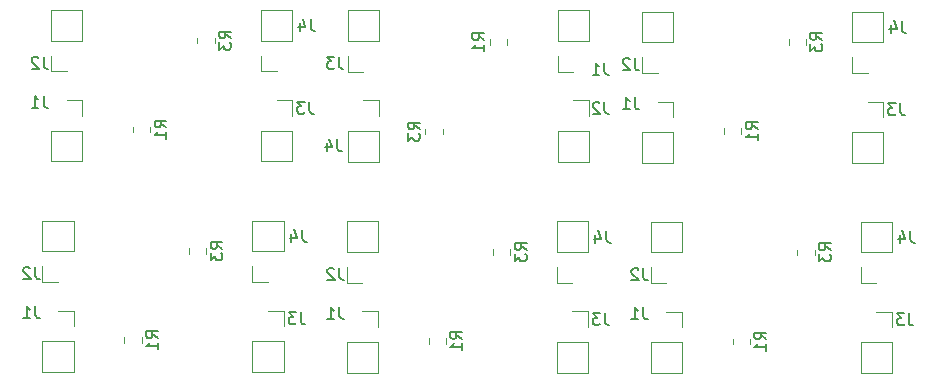
<source format=gbr>
%TF.GenerationSoftware,KiCad,Pcbnew,6.0.7-f9a2dced07~116~ubuntu20.04.1*%
%TF.CreationDate,2022-10-31T15:28:21+01:00*%
%TF.ProjectId,av_citynode_hw,61765f63-6974-4796-9e6f-64655f68772e,rev?*%
%TF.SameCoordinates,Original*%
%TF.FileFunction,Legend,Bot*%
%TF.FilePolarity,Positive*%
%FSLAX46Y46*%
G04 Gerber Fmt 4.6, Leading zero omitted, Abs format (unit mm)*
G04 Created by KiCad (PCBNEW 6.0.7-f9a2dced07~116~ubuntu20.04.1) date 2022-10-31 15:28:21*
%MOMM*%
%LPD*%
G01*
G04 APERTURE LIST*
%ADD10C,0.150000*%
%ADD11C,0.120000*%
G04 APERTURE END LIST*
D10*
%TO.C,J3*%
X-4512666Y142399619D02*
X-4512666Y141685333D01*
X-4465047Y141542476D01*
X-4369809Y141447238D01*
X-4226952Y141399619D01*
X-4131714Y141399619D01*
X-4893619Y142399619D02*
X-5512666Y142399619D01*
X-5179333Y142018666D01*
X-5322190Y142018666D01*
X-5417428Y141971047D01*
X-5465047Y141923428D01*
X-5512666Y141828190D01*
X-5512666Y141590095D01*
X-5465047Y141494857D01*
X-5417428Y141447238D01*
X-5322190Y141399619D01*
X-5036476Y141399619D01*
X-4941238Y141447238D01*
X-4893619Y141494857D01*
%TO.C,J4*%
X43871333Y127666619D02*
X43871333Y126952333D01*
X43918952Y126809476D01*
X44014190Y126714238D01*
X44157047Y126666619D01*
X44252285Y126666619D01*
X42966571Y127333285D02*
X42966571Y126666619D01*
X43204666Y127714238D02*
X43442761Y126999952D01*
X42823714Y126999952D01*
X-7628666Y127766619D02*
X-7628666Y127052333D01*
X-7581047Y126909476D01*
X-7485809Y126814238D01*
X-7342952Y126766619D01*
X-7247714Y126766619D01*
X-8533428Y127433285D02*
X-8533428Y126766619D01*
X-8295333Y127814238D02*
X-8057238Y127099952D01*
X-8676285Y127099952D01*
%TO.C,J1*%
X-29514666Y139121619D02*
X-29514666Y138407333D01*
X-29467047Y138264476D01*
X-29371809Y138169238D01*
X-29228952Y138121619D01*
X-29133714Y138121619D01*
X-30514666Y138121619D02*
X-29943238Y138121619D01*
X-30228952Y138121619D02*
X-30228952Y139121619D01*
X-30133714Y138978761D01*
X-30038476Y138883523D01*
X-29943238Y138835904D01*
%TO.C,R1*%
X-19829619Y118599166D02*
X-20305809Y118932500D01*
X-19829619Y119170595D02*
X-20829619Y119170595D01*
X-20829619Y118789642D01*
X-20782000Y118694404D01*
X-20734380Y118646785D01*
X-20639142Y118599166D01*
X-20496285Y118599166D01*
X-20401047Y118646785D01*
X-20353428Y118694404D01*
X-20305809Y118789642D01*
X-20305809Y119170595D01*
X-19829619Y117646785D02*
X-19829619Y118218214D01*
X-19829619Y117932500D02*
X-20829619Y117932500D01*
X-20686761Y118027738D01*
X-20591523Y118122976D01*
X-20543904Y118218214D01*
X30939380Y136295166D02*
X30463190Y136628500D01*
X30939380Y136866595D02*
X29939380Y136866595D01*
X29939380Y136485642D01*
X29987000Y136390404D01*
X30034619Y136342785D01*
X30129857Y136295166D01*
X30272714Y136295166D01*
X30367952Y136342785D01*
X30415571Y136390404D01*
X30463190Y136485642D01*
X30463190Y136866595D01*
X30939380Y135342785D02*
X30939380Y135914214D01*
X30939380Y135628500D02*
X29939380Y135628500D01*
X30082238Y135723738D01*
X30177476Y135818976D01*
X30225095Y135914214D01*
X5921380Y118523166D02*
X5445190Y118856500D01*
X5921380Y119094595D02*
X4921380Y119094595D01*
X4921380Y118713642D01*
X4969000Y118618404D01*
X5016619Y118570785D01*
X5111857Y118523166D01*
X5254714Y118523166D01*
X5349952Y118570785D01*
X5397571Y118618404D01*
X5445190Y118713642D01*
X5445190Y119094595D01*
X5921380Y117570785D02*
X5921380Y118142214D01*
X5921380Y117856500D02*
X4921380Y117856500D01*
X5064238Y117951738D01*
X5159476Y118046976D01*
X5207095Y118142214D01*
%TO.C,J3*%
X-7035666Y138613619D02*
X-7035666Y137899333D01*
X-6988047Y137756476D01*
X-6892809Y137661238D01*
X-6749952Y137613619D01*
X-6654714Y137613619D01*
X-7416619Y138613619D02*
X-8035666Y138613619D01*
X-7702333Y138232666D01*
X-7845190Y138232666D01*
X-7940428Y138185047D01*
X-7988047Y138137428D01*
X-8035666Y138042190D01*
X-8035666Y137804095D01*
X-7988047Y137708857D01*
X-7940428Y137661238D01*
X-7845190Y137613619D01*
X-7559476Y137613619D01*
X-7464238Y137661238D01*
X-7416619Y137708857D01*
%TO.C,J2*%
X-30234666Y124591619D02*
X-30234666Y123877333D01*
X-30187047Y123734476D01*
X-30091809Y123639238D01*
X-29948952Y123591619D01*
X-29853714Y123591619D01*
X-30663238Y124496380D02*
X-30710857Y124544000D01*
X-30806095Y124591619D01*
X-31044190Y124591619D01*
X-31139428Y124544000D01*
X-31187047Y124496380D01*
X-31234666Y124401142D01*
X-31234666Y124305904D01*
X-31187047Y124163047D01*
X-30615619Y123591619D01*
X-31234666Y123591619D01*
%TO.C,R3*%
X2338380Y136280166D02*
X1862190Y136613500D01*
X2338380Y136851595D02*
X1338380Y136851595D01*
X1338380Y136470642D01*
X1386000Y136375404D01*
X1433619Y136327785D01*
X1528857Y136280166D01*
X1671714Y136280166D01*
X1766952Y136327785D01*
X1814571Y136375404D01*
X1862190Y136470642D01*
X1862190Y136851595D01*
X1338380Y135946833D02*
X1338380Y135327785D01*
X1719333Y135661119D01*
X1719333Y135518261D01*
X1766952Y135423023D01*
X1814571Y135375404D01*
X1909809Y135327785D01*
X2147904Y135327785D01*
X2243142Y135375404D01*
X2290761Y135423023D01*
X2338380Y135518261D01*
X2338380Y135803976D01*
X2290761Y135899214D01*
X2243142Y135946833D01*
%TO.C,J3*%
X-7755666Y120781619D02*
X-7755666Y120067333D01*
X-7708047Y119924476D01*
X-7612809Y119829238D01*
X-7469952Y119781619D01*
X-7374714Y119781619D01*
X-8136619Y120781619D02*
X-8755666Y120781619D01*
X-8422333Y120400666D01*
X-8565190Y120400666D01*
X-8660428Y120353047D01*
X-8708047Y120305428D01*
X-8755666Y120210190D01*
X-8755666Y119972095D01*
X-8708047Y119876857D01*
X-8660428Y119829238D01*
X-8565190Y119781619D01*
X-8279476Y119781619D01*
X-8184238Y119829238D01*
X-8136619Y119876857D01*
%TO.C,R3*%
X11382380Y126063166D02*
X10906190Y126396500D01*
X11382380Y126634595D02*
X10382380Y126634595D01*
X10382380Y126253642D01*
X10430000Y126158404D01*
X10477619Y126110785D01*
X10572857Y126063166D01*
X10715714Y126063166D01*
X10810952Y126110785D01*
X10858571Y126158404D01*
X10906190Y126253642D01*
X10906190Y126634595D01*
X10382380Y125729833D02*
X10382380Y125110785D01*
X10763333Y125444119D01*
X10763333Y125301261D01*
X10810952Y125206023D01*
X10858571Y125158404D01*
X10953809Y125110785D01*
X11191904Y125110785D01*
X11287142Y125158404D01*
X11334761Y125206023D01*
X11382380Y125301261D01*
X11382380Y125586976D01*
X11334761Y125682214D01*
X11287142Y125729833D01*
%TO.C,R1*%
X7799380Y143820166D02*
X7323190Y144153500D01*
X7799380Y144391595D02*
X6799380Y144391595D01*
X6799380Y144010642D01*
X6847000Y143915404D01*
X6894619Y143867785D01*
X6989857Y143820166D01*
X7132714Y143820166D01*
X7227952Y143867785D01*
X7275571Y143915404D01*
X7323190Y144010642D01*
X7323190Y144391595D01*
X7799380Y142867785D02*
X7799380Y143439214D01*
X7799380Y143153500D02*
X6799380Y143153500D01*
X6942238Y143248738D01*
X7037476Y143343976D01*
X7085095Y143439214D01*
%TO.C,J4*%
X-4639666Y135414619D02*
X-4639666Y134700333D01*
X-4592047Y134557476D01*
X-4496809Y134462238D01*
X-4353952Y134414619D01*
X-4258714Y134414619D01*
X-5544428Y135081285D02*
X-5544428Y134414619D01*
X-5306333Y135462238D02*
X-5068238Y134747952D01*
X-5687285Y134747952D01*
%TO.C,J3*%
X17995333Y120705619D02*
X17995333Y119991333D01*
X18042952Y119848476D01*
X18138190Y119753238D01*
X18281047Y119705619D01*
X18376285Y119705619D01*
X17614380Y120705619D02*
X16995333Y120705619D01*
X17328666Y120324666D01*
X17185809Y120324666D01*
X17090571Y120277047D01*
X17042952Y120229428D01*
X16995333Y120134190D01*
X16995333Y119896095D01*
X17042952Y119800857D01*
X17090571Y119753238D01*
X17185809Y119705619D01*
X17471523Y119705619D01*
X17566761Y119753238D01*
X17614380Y119800857D01*
%TO.C,J4*%
X-6908666Y145598619D02*
X-6908666Y144884333D01*
X-6861047Y144741476D01*
X-6765809Y144646238D01*
X-6622952Y144598619D01*
X-6527714Y144598619D01*
X-7813428Y145265285D02*
X-7813428Y144598619D01*
X-7575333Y145646238D02*
X-7337238Y144931952D01*
X-7956285Y144931952D01*
%TO.C,J2*%
X17966333Y138589619D02*
X17966333Y137875333D01*
X18013952Y137732476D01*
X18109190Y137637238D01*
X18252047Y137589619D01*
X18347285Y137589619D01*
X17537761Y138494380D02*
X17490142Y138542000D01*
X17394904Y138589619D01*
X17156809Y138589619D01*
X17061571Y138542000D01*
X17013952Y138494380D01*
X16966333Y138399142D01*
X16966333Y138303904D01*
X17013952Y138161047D01*
X17585380Y137589619D01*
X16966333Y137589619D01*
%TO.C,J1*%
X20534333Y138985619D02*
X20534333Y138271333D01*
X20581952Y138128476D01*
X20677190Y138033238D01*
X20820047Y137985619D01*
X20915285Y137985619D01*
X19534333Y137985619D02*
X20105761Y137985619D01*
X19820047Y137985619D02*
X19820047Y138985619D01*
X19915285Y138842761D01*
X20010523Y138747523D01*
X20105761Y138699904D01*
%TO.C,J2*%
X-4483666Y124515619D02*
X-4483666Y123801333D01*
X-4436047Y123658476D01*
X-4340809Y123563238D01*
X-4197952Y123515619D01*
X-4102714Y123515619D01*
X-4912238Y124420380D02*
X-4959857Y124468000D01*
X-5055095Y124515619D01*
X-5293190Y124515619D01*
X-5388428Y124468000D01*
X-5436047Y124420380D01*
X-5483666Y124325142D01*
X-5483666Y124229904D01*
X-5436047Y124087047D01*
X-4864619Y123515619D01*
X-5483666Y123515619D01*
%TO.C,J1*%
X21265333Y121189619D02*
X21265333Y120475333D01*
X21312952Y120332476D01*
X21408190Y120237238D01*
X21551047Y120189619D01*
X21646285Y120189619D01*
X20265333Y120189619D02*
X20836761Y120189619D01*
X20551047Y120189619D02*
X20551047Y121189619D01*
X20646285Y121046761D01*
X20741523Y120951523D01*
X20836761Y120903904D01*
%TO.C,J2*%
X-29514666Y142423619D02*
X-29514666Y141709333D01*
X-29467047Y141566476D01*
X-29371809Y141471238D01*
X-29228952Y141423619D01*
X-29133714Y141423619D01*
X-29943238Y142328380D02*
X-29990857Y142376000D01*
X-30086095Y142423619D01*
X-30324190Y142423619D01*
X-30419428Y142376000D01*
X-30467047Y142328380D01*
X-30514666Y142233142D01*
X-30514666Y142137904D01*
X-30467047Y141995047D01*
X-29895619Y141423619D01*
X-30514666Y141423619D01*
%TO.C,J1*%
X-4483666Y121213619D02*
X-4483666Y120499333D01*
X-4436047Y120356476D01*
X-4340809Y120261238D01*
X-4197952Y120213619D01*
X-4102714Y120213619D01*
X-5483666Y120213619D02*
X-4912238Y120213619D01*
X-5197952Y120213619D02*
X-5197952Y121213619D01*
X-5102714Y121070761D01*
X-5007476Y120975523D01*
X-4912238Y120927904D01*
%TO.C,J4*%
X18122333Y127690619D02*
X18122333Y126976333D01*
X18169952Y126833476D01*
X18265190Y126738238D01*
X18408047Y126690619D01*
X18503285Y126690619D01*
X17217571Y127357285D02*
X17217571Y126690619D01*
X17455666Y127738238D02*
X17693761Y127023952D01*
X17074714Y127023952D01*
%TO.C,R3*%
X-13648619Y143971166D02*
X-14124809Y144304500D01*
X-13648619Y144542595D02*
X-14648619Y144542595D01*
X-14648619Y144161642D01*
X-14601000Y144066404D01*
X-14553380Y144018785D01*
X-14458142Y143971166D01*
X-14315285Y143971166D01*
X-14220047Y144018785D01*
X-14172428Y144066404D01*
X-14124809Y144161642D01*
X-14124809Y144542595D01*
X-14648619Y143637833D02*
X-14648619Y143018785D01*
X-14267666Y143352119D01*
X-14267666Y143209261D01*
X-14220047Y143114023D01*
X-14172428Y143066404D01*
X-14077190Y143018785D01*
X-13839095Y143018785D01*
X-13743857Y143066404D01*
X-13696238Y143114023D01*
X-13648619Y143209261D01*
X-13648619Y143494976D01*
X-13696238Y143590214D01*
X-13743857Y143637833D01*
%TO.C,J2*%
X20534333Y142287619D02*
X20534333Y141573333D01*
X20581952Y141430476D01*
X20677190Y141335238D01*
X20820047Y141287619D01*
X20915285Y141287619D01*
X20105761Y142192380D02*
X20058142Y142240000D01*
X19962904Y142287619D01*
X19724809Y142287619D01*
X19629571Y142240000D01*
X19581952Y142192380D01*
X19534333Y142097142D01*
X19534333Y142001904D01*
X19581952Y141859047D01*
X20153380Y141287619D01*
X19534333Y141287619D01*
%TO.C,R3*%
X36400380Y143835166D02*
X35924190Y144168500D01*
X36400380Y144406595D02*
X35400380Y144406595D01*
X35400380Y144025642D01*
X35448000Y143930404D01*
X35495619Y143882785D01*
X35590857Y143835166D01*
X35733714Y143835166D01*
X35828952Y143882785D01*
X35876571Y143930404D01*
X35924190Y144025642D01*
X35924190Y144406595D01*
X35400380Y143501833D02*
X35400380Y142882785D01*
X35781333Y143216119D01*
X35781333Y143073261D01*
X35828952Y142978023D01*
X35876571Y142930404D01*
X35971809Y142882785D01*
X36209904Y142882785D01*
X36305142Y142930404D01*
X36352761Y142978023D01*
X36400380Y143073261D01*
X36400380Y143358976D01*
X36352761Y143454214D01*
X36305142Y143501833D01*
%TO.C,J4*%
X43140333Y145462619D02*
X43140333Y144748333D01*
X43187952Y144605476D01*
X43283190Y144510238D01*
X43426047Y144462619D01*
X43521285Y144462619D01*
X42235571Y145129285D02*
X42235571Y144462619D01*
X42473666Y145510238D02*
X42711761Y144795952D01*
X42092714Y144795952D01*
%TO.C,J3*%
X43744333Y120681619D02*
X43744333Y119967333D01*
X43791952Y119824476D01*
X43887190Y119729238D01*
X44030047Y119681619D01*
X44125285Y119681619D01*
X43363380Y120681619D02*
X42744333Y120681619D01*
X43077666Y120300666D01*
X42934809Y120300666D01*
X42839571Y120253047D01*
X42791952Y120205428D01*
X42744333Y120110190D01*
X42744333Y119872095D01*
X42791952Y119776857D01*
X42839571Y119729238D01*
X42934809Y119681619D01*
X43220523Y119681619D01*
X43315761Y119729238D01*
X43363380Y119776857D01*
%TO.C,J2*%
X21265333Y124491619D02*
X21265333Y123777333D01*
X21312952Y123634476D01*
X21408190Y123539238D01*
X21551047Y123491619D01*
X21646285Y123491619D01*
X20836761Y124396380D02*
X20789142Y124444000D01*
X20693904Y124491619D01*
X20455809Y124491619D01*
X20360571Y124444000D01*
X20312952Y124396380D01*
X20265333Y124301142D01*
X20265333Y124205904D01*
X20312952Y124063047D01*
X20884380Y123491619D01*
X20265333Y123491619D01*
%TO.C,R3*%
X37131380Y126039166D02*
X36655190Y126372500D01*
X37131380Y126610595D02*
X36131380Y126610595D01*
X36131380Y126229642D01*
X36179000Y126134404D01*
X36226619Y126086785D01*
X36321857Y126039166D01*
X36464714Y126039166D01*
X36559952Y126086785D01*
X36607571Y126134404D01*
X36655190Y126229642D01*
X36655190Y126610595D01*
X36131380Y125705833D02*
X36131380Y125086785D01*
X36512333Y125420119D01*
X36512333Y125277261D01*
X36559952Y125182023D01*
X36607571Y125134404D01*
X36702809Y125086785D01*
X36940904Y125086785D01*
X37036142Y125134404D01*
X37083761Y125182023D01*
X37131380Y125277261D01*
X37131380Y125562976D01*
X37083761Y125658214D01*
X37036142Y125705833D01*
%TO.C,J3*%
X43013333Y138477619D02*
X43013333Y137763333D01*
X43060952Y137620476D01*
X43156190Y137525238D01*
X43299047Y137477619D01*
X43394285Y137477619D01*
X42632380Y138477619D02*
X42013333Y138477619D01*
X42346666Y138096666D01*
X42203809Y138096666D01*
X42108571Y138049047D01*
X42060952Y138001428D01*
X42013333Y137906190D01*
X42013333Y137668095D01*
X42060952Y137572857D01*
X42108571Y137525238D01*
X42203809Y137477619D01*
X42489523Y137477619D01*
X42584761Y137525238D01*
X42632380Y137572857D01*
%TO.C,J1*%
X-30234666Y121289619D02*
X-30234666Y120575333D01*
X-30187047Y120432476D01*
X-30091809Y120337238D01*
X-29948952Y120289619D01*
X-29853714Y120289619D01*
X-31234666Y120289619D02*
X-30663238Y120289619D01*
X-30948952Y120289619D02*
X-30948952Y121289619D01*
X-30853714Y121146761D01*
X-30758476Y121051523D01*
X-30663238Y121003904D01*
%TO.C,R3*%
X-14368619Y126139166D02*
X-14844809Y126472500D01*
X-14368619Y126710595D02*
X-15368619Y126710595D01*
X-15368619Y126329642D01*
X-15321000Y126234404D01*
X-15273380Y126186785D01*
X-15178142Y126139166D01*
X-15035285Y126139166D01*
X-14940047Y126186785D01*
X-14892428Y126234404D01*
X-14844809Y126329642D01*
X-14844809Y126710595D01*
X-15368619Y125805833D02*
X-15368619Y125186785D01*
X-14987666Y125520119D01*
X-14987666Y125377261D01*
X-14940047Y125282023D01*
X-14892428Y125234404D01*
X-14797190Y125186785D01*
X-14559095Y125186785D01*
X-14463857Y125234404D01*
X-14416238Y125282023D01*
X-14368619Y125377261D01*
X-14368619Y125662976D01*
X-14416238Y125758214D01*
X-14463857Y125805833D01*
%TO.C,J1*%
X17966333Y141891619D02*
X17966333Y141177333D01*
X18013952Y141034476D01*
X18109190Y140939238D01*
X18252047Y140891619D01*
X18347285Y140891619D01*
X16966333Y140891619D02*
X17537761Y140891619D01*
X17252047Y140891619D02*
X17252047Y141891619D01*
X17347285Y141748761D01*
X17442523Y141653523D01*
X17537761Y141605904D01*
%TO.C,R1*%
X31670380Y118499166D02*
X31194190Y118832500D01*
X31670380Y119070595D02*
X30670380Y119070595D01*
X30670380Y118689642D01*
X30718000Y118594404D01*
X30765619Y118546785D01*
X30860857Y118499166D01*
X31003714Y118499166D01*
X31098952Y118546785D01*
X31146571Y118594404D01*
X31194190Y118689642D01*
X31194190Y119070595D01*
X31670380Y117546785D02*
X31670380Y118118214D01*
X31670380Y117832500D02*
X30670380Y117832500D01*
X30813238Y117927738D01*
X30908476Y118022976D01*
X30956095Y118118214D01*
X-19109619Y136431166D02*
X-19585809Y136764500D01*
X-19109619Y137002595D02*
X-20109619Y137002595D01*
X-20109619Y136621642D01*
X-20062000Y136526404D01*
X-20014380Y136478785D01*
X-19919142Y136431166D01*
X-19776285Y136431166D01*
X-19681047Y136478785D01*
X-19633428Y136526404D01*
X-19585809Y136621642D01*
X-19585809Y137002595D01*
X-19109619Y135478785D02*
X-19109619Y136050214D01*
X-19109619Y135764500D02*
X-20109619Y135764500D01*
X-19966761Y135859738D01*
X-19871523Y135954976D01*
X-19823904Y136050214D01*
D11*
%TO.C,J3*%
X-3763000Y141157000D02*
X-2433000Y141157000D01*
X-3763000Y146357000D02*
X-1103000Y146357000D01*
X-3763000Y143757000D02*
X-3763000Y146357000D01*
X-3763000Y142487000D02*
X-3763000Y141157000D01*
X-1103000Y143757000D02*
X-1103000Y146357000D01*
X-3763000Y143757000D02*
X-1103000Y143757000D01*
%TO.C,J4*%
X39668000Y125849000D02*
X42328000Y125849000D01*
X42328000Y125849000D02*
X42328000Y128449000D01*
X39668000Y123249000D02*
X40998000Y123249000D01*
X39668000Y124579000D02*
X39668000Y123249000D01*
X39668000Y128449000D02*
X42328000Y128449000D01*
X39668000Y125849000D02*
X39668000Y128449000D01*
X-11832000Y125949000D02*
X-9172000Y125949000D01*
X-9172000Y125949000D02*
X-9172000Y128549000D01*
X-11832000Y123349000D02*
X-10502000Y123349000D01*
X-11832000Y124679000D02*
X-11832000Y123349000D01*
X-11832000Y128549000D02*
X-9172000Y128549000D01*
X-11832000Y125949000D02*
X-11832000Y128549000D01*
%TO.C,J1*%
X-26232000Y137431000D02*
X-26232000Y138761000D01*
X-26232000Y138761000D02*
X-27562000Y138761000D01*
X-26232000Y133561000D02*
X-28892000Y133561000D01*
X-26232000Y136161000D02*
X-28892000Y136161000D01*
X-26232000Y136161000D02*
X-26232000Y133561000D01*
X-28892000Y136161000D02*
X-28892000Y133561000D01*
%TO.C,R1*%
X-22667000Y118205436D02*
X-22667000Y118659564D01*
X-21197000Y118205436D02*
X-21197000Y118659564D01*
X28102000Y135901436D02*
X28102000Y136355564D01*
X29572000Y135901436D02*
X29572000Y136355564D01*
X3084000Y118129436D02*
X3084000Y118583564D01*
X4554000Y118129436D02*
X4554000Y118583564D01*
%TO.C,J3*%
X-8452000Y138761000D02*
X-9782000Y138761000D01*
X-8452000Y133561000D02*
X-11112000Y133561000D01*
X-8452000Y136161000D02*
X-8452000Y133561000D01*
X-8452000Y137431000D02*
X-8452000Y138761000D01*
X-11112000Y136161000D02*
X-11112000Y133561000D01*
X-8452000Y136161000D02*
X-11112000Y136161000D01*
%TO.C,J2*%
X-29612000Y124679000D02*
X-29612000Y123349000D01*
X-29612000Y128549000D02*
X-26952000Y128549000D01*
X-29612000Y125949000D02*
X-29612000Y128549000D01*
X-26952000Y125949000D02*
X-26952000Y128549000D01*
X-29612000Y123349000D02*
X-28282000Y123349000D01*
X-29612000Y125949000D02*
X-26952000Y125949000D01*
%TO.C,R3*%
X2801000Y136340564D02*
X2801000Y135886436D01*
X4271000Y136340564D02*
X4271000Y135886436D01*
%TO.C,J3*%
X-9172000Y120929000D02*
X-10502000Y120929000D01*
X-9172000Y115729000D02*
X-11832000Y115729000D01*
X-9172000Y118329000D02*
X-9172000Y115729000D01*
X-9172000Y119599000D02*
X-9172000Y120929000D01*
X-11832000Y118329000D02*
X-11832000Y115729000D01*
X-9172000Y118329000D02*
X-11832000Y118329000D01*
%TO.C,R3*%
X10015000Y125669436D02*
X10015000Y126123564D01*
X8545000Y125669436D02*
X8545000Y126123564D01*
%TO.C,R1*%
X9732000Y143880564D02*
X9732000Y143426436D01*
X8262000Y143880564D02*
X8262000Y143426436D01*
%TO.C,J4*%
X-1103000Y136137000D02*
X-3763000Y136137000D01*
X-3763000Y136137000D02*
X-3763000Y133537000D01*
X-1103000Y138737000D02*
X-2433000Y138737000D01*
X-1103000Y137407000D02*
X-1103000Y138737000D01*
X-1103000Y133537000D02*
X-3763000Y133537000D01*
X-1103000Y136137000D02*
X-1103000Y133537000D01*
%TO.C,J3*%
X16579000Y120853000D02*
X15249000Y120853000D01*
X16579000Y115653000D02*
X13919000Y115653000D01*
X16579000Y118253000D02*
X16579000Y115653000D01*
X16579000Y119523000D02*
X16579000Y120853000D01*
X13919000Y118253000D02*
X13919000Y115653000D01*
X16579000Y118253000D02*
X13919000Y118253000D01*
%TO.C,J4*%
X-11112000Y143781000D02*
X-8452000Y143781000D01*
X-8452000Y143781000D02*
X-8452000Y146381000D01*
X-11112000Y141181000D02*
X-9782000Y141181000D01*
X-11112000Y142511000D02*
X-11112000Y141181000D01*
X-11112000Y146381000D02*
X-8452000Y146381000D01*
X-11112000Y143781000D02*
X-11112000Y146381000D01*
%TO.C,J2*%
X16677000Y137407000D02*
X16677000Y138737000D01*
X16677000Y133537000D02*
X14017000Y133537000D01*
X16677000Y136137000D02*
X16677000Y133537000D01*
X14017000Y136137000D02*
X14017000Y133537000D01*
X16677000Y138737000D02*
X15347000Y138737000D01*
X16677000Y136137000D02*
X14017000Y136137000D01*
%TO.C,J1*%
X23817000Y137295000D02*
X23817000Y138625000D01*
X23817000Y138625000D02*
X22487000Y138625000D01*
X23817000Y133425000D02*
X21157000Y133425000D01*
X23817000Y136025000D02*
X21157000Y136025000D01*
X23817000Y136025000D02*
X23817000Y133425000D01*
X21157000Y136025000D02*
X21157000Y133425000D01*
%TO.C,J2*%
X-3861000Y124603000D02*
X-3861000Y123273000D01*
X-3861000Y128473000D02*
X-1201000Y128473000D01*
X-3861000Y125873000D02*
X-3861000Y128473000D01*
X-1201000Y125873000D02*
X-1201000Y128473000D01*
X-3861000Y123273000D02*
X-2531000Y123273000D01*
X-3861000Y125873000D02*
X-1201000Y125873000D01*
%TO.C,J1*%
X24548000Y119499000D02*
X24548000Y120829000D01*
X24548000Y120829000D02*
X23218000Y120829000D01*
X24548000Y115629000D02*
X21888000Y115629000D01*
X24548000Y118229000D02*
X21888000Y118229000D01*
X24548000Y118229000D02*
X24548000Y115629000D01*
X21888000Y118229000D02*
X21888000Y115629000D01*
%TO.C,J2*%
X-28892000Y142511000D02*
X-28892000Y141181000D01*
X-28892000Y146381000D02*
X-26232000Y146381000D01*
X-28892000Y143781000D02*
X-28892000Y146381000D01*
X-26232000Y143781000D02*
X-26232000Y146381000D01*
X-28892000Y141181000D02*
X-27562000Y141181000D01*
X-28892000Y143781000D02*
X-26232000Y143781000D01*
%TO.C,J1*%
X-1201000Y119523000D02*
X-1201000Y120853000D01*
X-1201000Y120853000D02*
X-2531000Y120853000D01*
X-1201000Y115653000D02*
X-3861000Y115653000D01*
X-1201000Y118253000D02*
X-3861000Y118253000D01*
X-1201000Y118253000D02*
X-1201000Y115653000D01*
X-3861000Y118253000D02*
X-3861000Y115653000D01*
%TO.C,J4*%
X13919000Y125873000D02*
X16579000Y125873000D01*
X16579000Y125873000D02*
X16579000Y128473000D01*
X13919000Y123273000D02*
X15249000Y123273000D01*
X13919000Y124603000D02*
X13919000Y123273000D01*
X13919000Y128473000D02*
X16579000Y128473000D01*
X13919000Y125873000D02*
X13919000Y128473000D01*
%TO.C,R3*%
X-15016000Y143577436D02*
X-15016000Y144031564D01*
X-16486000Y143577436D02*
X-16486000Y144031564D01*
%TO.C,J2*%
X21157000Y142375000D02*
X21157000Y141045000D01*
X21157000Y146245000D02*
X23817000Y146245000D01*
X21157000Y143645000D02*
X21157000Y146245000D01*
X23817000Y143645000D02*
X23817000Y146245000D01*
X21157000Y141045000D02*
X22487000Y141045000D01*
X21157000Y143645000D02*
X23817000Y143645000D01*
%TO.C,R3*%
X35033000Y143441436D02*
X35033000Y143895564D01*
X33563000Y143441436D02*
X33563000Y143895564D01*
%TO.C,J4*%
X38937000Y143645000D02*
X41597000Y143645000D01*
X41597000Y143645000D02*
X41597000Y146245000D01*
X38937000Y141045000D02*
X40267000Y141045000D01*
X38937000Y142375000D02*
X38937000Y141045000D01*
X38937000Y146245000D02*
X41597000Y146245000D01*
X38937000Y143645000D02*
X38937000Y146245000D01*
%TO.C,J3*%
X42328000Y120829000D02*
X40998000Y120829000D01*
X42328000Y115629000D02*
X39668000Y115629000D01*
X42328000Y118229000D02*
X42328000Y115629000D01*
X42328000Y119499000D02*
X42328000Y120829000D01*
X39668000Y118229000D02*
X39668000Y115629000D01*
X42328000Y118229000D02*
X39668000Y118229000D01*
%TO.C,J2*%
X21888000Y124579000D02*
X21888000Y123249000D01*
X21888000Y128449000D02*
X24548000Y128449000D01*
X21888000Y125849000D02*
X21888000Y128449000D01*
X24548000Y125849000D02*
X24548000Y128449000D01*
X21888000Y123249000D02*
X23218000Y123249000D01*
X21888000Y125849000D02*
X24548000Y125849000D01*
%TO.C,R3*%
X35764000Y125645436D02*
X35764000Y126099564D01*
X34294000Y125645436D02*
X34294000Y126099564D01*
%TO.C,J3*%
X41597000Y138625000D02*
X40267000Y138625000D01*
X41597000Y133425000D02*
X38937000Y133425000D01*
X41597000Y136025000D02*
X41597000Y133425000D01*
X41597000Y137295000D02*
X41597000Y138625000D01*
X38937000Y136025000D02*
X38937000Y133425000D01*
X41597000Y136025000D02*
X38937000Y136025000D01*
%TO.C,J1*%
X-26952000Y119599000D02*
X-26952000Y120929000D01*
X-26952000Y120929000D02*
X-28282000Y120929000D01*
X-26952000Y115729000D02*
X-29612000Y115729000D01*
X-26952000Y118329000D02*
X-29612000Y118329000D01*
X-26952000Y118329000D02*
X-26952000Y115729000D01*
X-29612000Y118329000D02*
X-29612000Y115729000D01*
%TO.C,R3*%
X-15736000Y125745436D02*
X-15736000Y126199564D01*
X-17206000Y125745436D02*
X-17206000Y126199564D01*
%TO.C,J1*%
X14017000Y142487000D02*
X14017000Y141157000D01*
X14017000Y141157000D02*
X15347000Y141157000D01*
X14017000Y146357000D02*
X16677000Y146357000D01*
X14017000Y143757000D02*
X16677000Y143757000D01*
X14017000Y143757000D02*
X14017000Y146357000D01*
X16677000Y143757000D02*
X16677000Y146357000D01*
%TO.C,R1*%
X28833000Y118105436D02*
X28833000Y118559564D01*
X30303000Y118105436D02*
X30303000Y118559564D01*
X-21947000Y136037436D02*
X-21947000Y136491564D01*
X-20477000Y136037436D02*
X-20477000Y136491564D01*
%TD*%
M02*

</source>
